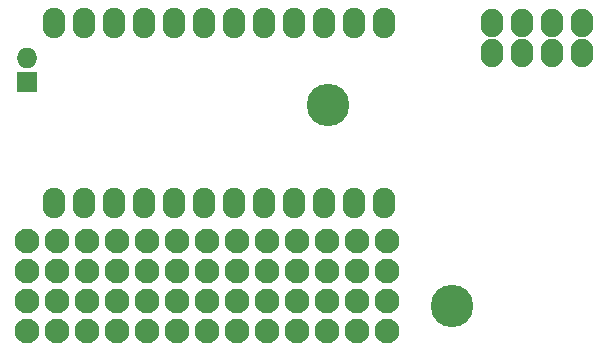
<source format=gbs>
G04 #@! TF.GenerationSoftware,KiCad,Pcbnew,(2017-11-08 revision cd21218)-HEAD*
G04 #@! TF.CreationDate,2018-02-23T18:24:02+02:00*
G04 #@! TF.ProjectId,pro_mini,70726F5F6D696E692E6B696361645F70,rev?*
G04 #@! TF.SameCoordinates,Original*
G04 #@! TF.FileFunction,Soldermask,Bot*
G04 #@! TF.FilePolarity,Negative*
%FSLAX46Y46*%
G04 Gerber Fmt 4.6, Leading zero omitted, Abs format (unit mm)*
G04 Created by KiCad (PCBNEW (2017-11-08 revision cd21218)-HEAD) date Fri Feb 23 18:24:02 2018*
%MOMM*%
%LPD*%
G01*
G04 APERTURE LIST*
%ADD10C,3.600000*%
%ADD11C,2.100000*%
%ADD12O,1.900000X2.400000*%
%ADD13O,1.901140X2.599640*%
%ADD14R,1.750000X1.750000*%
%ADD15O,1.750000X1.750000*%
G04 APERTURE END LIST*
D10*
X147500000Y-115500000D03*
X137000000Y-98500000D03*
D11*
X141980000Y-117620000D03*
X139440000Y-117620000D03*
X136900000Y-117620000D03*
X134360000Y-117620000D03*
X131820000Y-117620000D03*
X129280000Y-117620000D03*
X126740000Y-117620000D03*
X124200000Y-117620000D03*
X121660000Y-117620000D03*
X119120000Y-117620000D03*
X116580000Y-117620000D03*
X114040000Y-117620000D03*
X111500000Y-117620000D03*
X141980000Y-115080000D03*
X139440000Y-115080000D03*
X136900000Y-115080000D03*
X134360000Y-115080000D03*
X131820000Y-115080000D03*
X129280000Y-115080000D03*
X126740000Y-115080000D03*
X124200000Y-115080000D03*
X121660000Y-115080000D03*
X119120000Y-115080000D03*
X116580000Y-115080000D03*
X114040000Y-115080000D03*
X111500000Y-115080000D03*
X141980000Y-112540000D03*
X139440000Y-112540000D03*
X136900000Y-112540000D03*
X134360000Y-112540000D03*
X131820000Y-112540000D03*
X129280000Y-112540000D03*
X126740000Y-112540000D03*
X124200000Y-112540000D03*
X121660000Y-112540000D03*
X119120000Y-112540000D03*
X116580000Y-112540000D03*
X114040000Y-112540000D03*
X111500000Y-112540000D03*
X141980000Y-110000000D03*
X139440000Y-110000000D03*
X136900000Y-110000000D03*
X134360000Y-110000000D03*
X131820000Y-110000000D03*
X129280000Y-110000000D03*
X126740000Y-110000000D03*
X124200000Y-110000000D03*
X121660000Y-110000000D03*
X119120000Y-110000000D03*
X116580000Y-110000000D03*
X114040000Y-110000000D03*
X111500000Y-110000000D03*
D12*
X150856000Y-91524000D03*
X150856000Y-94064000D03*
X153396000Y-91524000D03*
X153396000Y-94064000D03*
X155936000Y-91524000D03*
X155936000Y-94064000D03*
X158476000Y-91524000D03*
X158476000Y-94064000D03*
D13*
X113831001Y-106785001D03*
X116371001Y-106785001D03*
X118911001Y-106785001D03*
X121451001Y-106785001D03*
X123991001Y-106785001D03*
X126531001Y-106785001D03*
X129071001Y-106785001D03*
X131611001Y-106785001D03*
X134151001Y-106785001D03*
X136691001Y-106785001D03*
X139231001Y-106785001D03*
X141771001Y-106785001D03*
X141771001Y-91545001D03*
X139231001Y-91545001D03*
X136691001Y-91545001D03*
X134151001Y-91545001D03*
X131611001Y-91545001D03*
X129071001Y-91545001D03*
X126531001Y-91545001D03*
X123991001Y-91545001D03*
X121451001Y-91545001D03*
X118911001Y-91545001D03*
X116371001Y-91545001D03*
X113831001Y-91545001D03*
D14*
X111500000Y-96500000D03*
D15*
X111500000Y-94500000D03*
M02*

</source>
